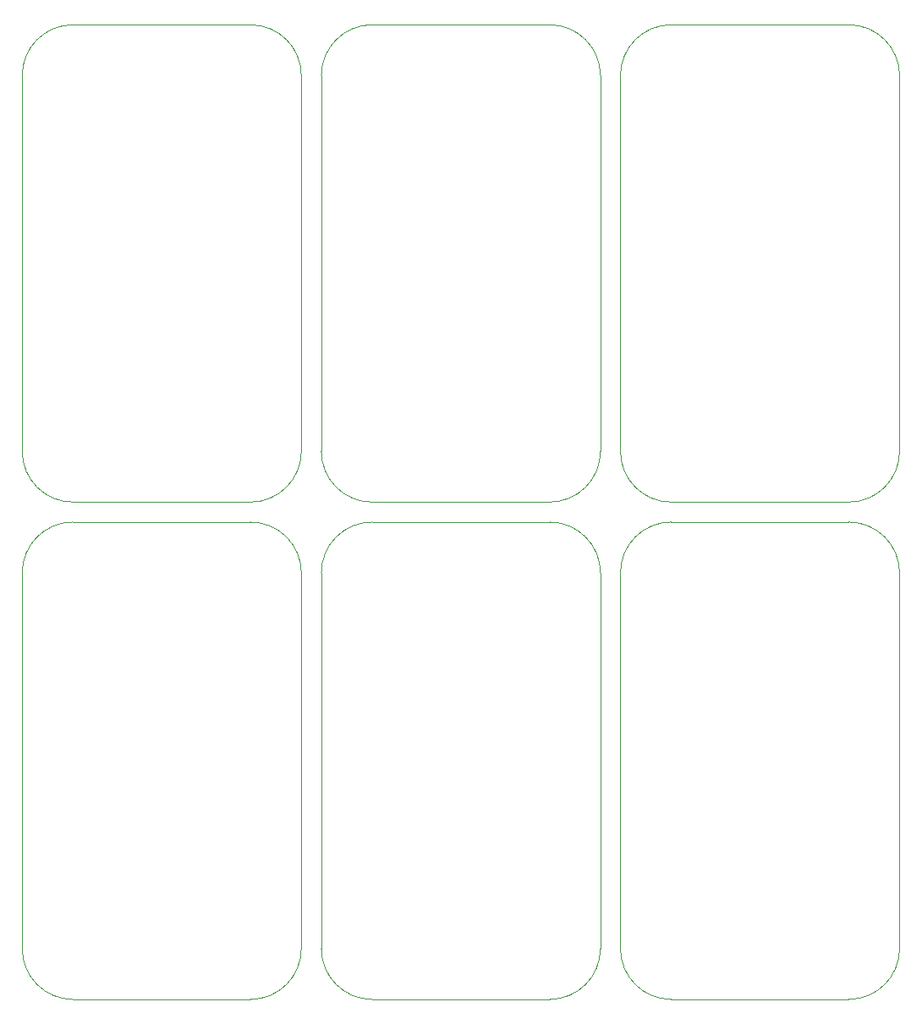
<source format=gm1>
%MOIN*%
%OFA0B0*%
%FSLAX46Y46*%
%IPPOS*%
%LPD*%
%ADD10C,0.0019685039370078744*%
%ADD21C,0.0019685039370078744*%
%ADD22C,0.0019685039370078744*%
%ADD23C,0.0019685039370078744*%
%ADD24C,0.0019685039370078744*%
%ADD25C,0.0019685039370078744*%
D10*
X0000199999Y0001880000D02*
X0000900000Y0001880000D01*
X0000000000Y0000200000D02*
X0000000000Y0001680000D01*
X0000900000Y0000000000D02*
X0000199999Y0000000000D01*
X0001100000Y0001680000D02*
X0001100000Y0000200000D01*
X0001100000Y0000200000D02*
G75*
G02X0000900000Y0000000000I-0000200000D01*
G01*
X0000199999Y0000000000D02*
G75*
G02X0000000000Y0000200000J0000200000D01*
G01*
X0000900000Y0001880000D02*
G75*
G02X0001100000Y0001680000J-0000200000D01*
G01*
X0000000000Y0001680000D02*
G75*
G02X0000199999Y0001880000I0000200000D01*
G01*
G04 next file*
G04 #@! TF.GenerationSoftware,KiCad,Pcbnew,(5.1.4)-1*
G04 #@! TF.CreationDate,2020-10-29T20:30:17+08:00*
G04 #@! TF.ProjectId,custom_microcontroller,63757374-6f6d-45f6-9d69-63726f636f6e,rev?*
G04 #@! TF.SameCoordinates,Original*
G04 #@! TF.FileFunction,Profile,NP*
G04 Gerber Fmt 4.6, Leading zero omitted, Abs format (unit mm)*
G04 Created by KiCad (PCBNEW (5.1.4)-1) date 2020-10-29 20:30:17*
G04 APERTURE LIST*
G04 APERTURE END LIST*
D21*
X0000199999Y0003838740D02*
X0000900000Y0003838740D01*
X0000000000Y0002158740D02*
X0000000000Y0003638740D01*
X0000900000Y0001958740D02*
X0000199999Y0001958740D01*
X0001100000Y0003638740D02*
X0001100000Y0002158740D01*
X0001100000Y0002158740D02*
G75*
G02X0000900000Y0001958740I-0000200000D01*
G01*
X0000199999Y0001958740D02*
G75*
G02X0000000000Y0002158740J0000200000D01*
G01*
X0000900000Y0003838740D02*
G75*
G02X0001100000Y0003638740J-0000200000D01*
G01*
X0000000000Y0003638740D02*
G75*
G02X0000199999Y0003838740I0000200000D01*
G01*
G04 next file*
G04 #@! TF.GenerationSoftware,KiCad,Pcbnew,(5.1.4)-1*
G04 #@! TF.CreationDate,2020-10-29T20:30:17+08:00*
G04 #@! TF.ProjectId,custom_microcontroller,63757374-6f6d-45f6-9d69-63726f636f6e,rev?*
G04 #@! TF.SameCoordinates,Original*
G04 #@! TF.FileFunction,Profile,NP*
G04 Gerber Fmt 4.6, Leading zero omitted, Abs format (unit mm)*
G04 Created by KiCad (PCBNEW (5.1.4)-1) date 2020-10-29 20:30:17*
G04 APERTURE LIST*
G04 APERTURE END LIST*
D22*
X0001378740Y0001880000D02*
X0002078740Y0001880000D01*
X0001178740Y0000200000D02*
X0001178740Y0001680000D01*
X0002078740Y0000000000D02*
X0001378740Y0000000000D01*
X0002278740Y0001680000D02*
X0002278740Y0000200000D01*
X0002278740Y0000200000D02*
G75*
G02X0002078740Y0000000000I-0000200000D01*
G01*
X0001378740Y0000000000D02*
G75*
G02X0001178740Y0000200000J0000200000D01*
G01*
X0002078740Y0001880000D02*
G75*
G02X0002278740Y0001680000J-0000200000D01*
G01*
X0001178740Y0001680000D02*
G75*
G02X0001378740Y0001880000I0000200000D01*
G01*
G04 next file*
G04 #@! TF.GenerationSoftware,KiCad,Pcbnew,(5.1.4)-1*
G04 #@! TF.CreationDate,2020-10-29T20:30:17+08:00*
G04 #@! TF.ProjectId,custom_microcontroller,63757374-6f6d-45f6-9d69-63726f636f6e,rev?*
G04 #@! TF.SameCoordinates,Original*
G04 #@! TF.FileFunction,Profile,NP*
G04 Gerber Fmt 4.6, Leading zero omitted, Abs format (unit mm)*
G04 Created by KiCad (PCBNEW (5.1.4)-1) date 2020-10-29 20:30:17*
G04 APERTURE LIST*
G04 APERTURE END LIST*
D23*
X0002557480Y0001880000D02*
X0003257480Y0001880000D01*
X0002357480Y0000200000D02*
X0002357480Y0001680000D01*
X0003257480Y0000000000D02*
X0002557480Y0000000000D01*
X0003457480Y0001680000D02*
X0003457480Y0000200000D01*
X0003457480Y0000200000D02*
G75*
G02X0003257480Y0000000000I-0000200000D01*
G01*
X0002557480Y0000000000D02*
G75*
G02X0002357480Y0000200000J0000200000D01*
G01*
X0003257480Y0001880000D02*
G75*
G02X0003457480Y0001680000J-0000200000D01*
G01*
X0002357480Y0001680000D02*
G75*
G02X0002557480Y0001880000I0000200000D01*
G01*
G04 next file*
G04 #@! TF.GenerationSoftware,KiCad,Pcbnew,(5.1.4)-1*
G04 #@! TF.CreationDate,2020-10-29T20:30:17+08:00*
G04 #@! TF.ProjectId,custom_microcontroller,63757374-6f6d-45f6-9d69-63726f636f6e,rev?*
G04 #@! TF.SameCoordinates,Original*
G04 #@! TF.FileFunction,Profile,NP*
G04 Gerber Fmt 4.6, Leading zero omitted, Abs format (unit mm)*
G04 Created by KiCad (PCBNEW (5.1.4)-1) date 2020-10-29 20:30:17*
G04 APERTURE LIST*
G04 APERTURE END LIST*
D24*
X0001378740Y0003838740D02*
X0002078740Y0003838740D01*
X0001178740Y0002158740D02*
X0001178740Y0003638740D01*
X0002078740Y0001958740D02*
X0001378740Y0001958740D01*
X0002278740Y0003638740D02*
X0002278740Y0002158740D01*
X0002278740Y0002158740D02*
G75*
G02X0002078740Y0001958740I-0000200000D01*
G01*
X0001378740Y0001958740D02*
G75*
G02X0001178740Y0002158740J0000200000D01*
G01*
X0002078740Y0003838740D02*
G75*
G02X0002278740Y0003638740J-0000200000D01*
G01*
X0001178740Y0003638740D02*
G75*
G02X0001378740Y0003838740I0000200000D01*
G01*
G04 next file*
G04 #@! TF.GenerationSoftware,KiCad,Pcbnew,(5.1.4)-1*
G04 #@! TF.CreationDate,2020-10-29T20:30:17+08:00*
G04 #@! TF.ProjectId,custom_microcontroller,63757374-6f6d-45f6-9d69-63726f636f6e,rev?*
G04 #@! TF.SameCoordinates,Original*
G04 #@! TF.FileFunction,Profile,NP*
G04 Gerber Fmt 4.6, Leading zero omitted, Abs format (unit mm)*
G04 Created by KiCad (PCBNEW (5.1.4)-1) date 2020-10-29 20:30:17*
G04 APERTURE LIST*
G04 APERTURE END LIST*
D25*
X0002557480Y0003838740D02*
X0003257480Y0003838740D01*
X0002357480Y0002158740D02*
X0002357480Y0003638740D01*
X0003257480Y0001958740D02*
X0002557480Y0001958740D01*
X0003457480Y0003638740D02*
X0003457480Y0002158740D01*
X0003457480Y0002158740D02*
G75*
G02X0003257480Y0001958740I-0000200000D01*
G01*
X0002557480Y0001958740D02*
G75*
G02X0002357480Y0002158740J0000200000D01*
G01*
X0003257480Y0003838740D02*
G75*
G02X0003457480Y0003638740J-0000200000D01*
G01*
X0002357480Y0003638740D02*
G75*
G02X0002557480Y0003838740I0000200000D01*
G01*
M02*
</source>
